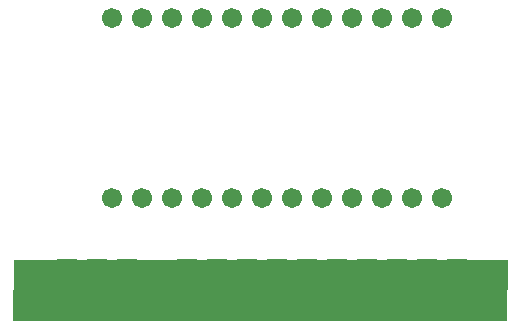
<source format=gbr>
G04 #@! TF.GenerationSoftware,KiCad,Pcbnew,(5.1.9-0-10_14)*
G04 #@! TF.CreationDate,2021-03-07T20:21:02-08:00*
G04 #@! TF.ProjectId,cart,63617274-2e6b-4696-9361-645f70636258,1.0-dev0*
G04 #@! TF.SameCoordinates,Original*
G04 #@! TF.FileFunction,Soldermask,Bot*
G04 #@! TF.FilePolarity,Negative*
%FSLAX46Y46*%
G04 Gerber Fmt 4.6, Leading zero omitted, Abs format (unit mm)*
G04 Created by KiCad (PCBNEW (5.1.9-0-10_14)) date 2021-03-07 20:21:02*
%MOMM*%
%LPD*%
G01*
G04 APERTURE LIST*
%ADD10C,0.100000*%
%ADD11C,0.609600*%
%ADD12C,1.701600*%
G04 APERTURE END LIST*
D10*
G36*
X160401000Y-129667000D02*
G01*
X118618000Y-129667000D01*
X118681500Y-124650500D01*
X160464500Y-124650500D01*
X160401000Y-129667000D01*
G37*
X160401000Y-129667000D02*
X118618000Y-129667000D01*
X118681500Y-124650500D01*
X160464500Y-124650500D01*
X160401000Y-129667000D01*
G36*
X160401000Y-129667000D02*
G01*
X118618000Y-129667000D01*
X118681500Y-124650500D01*
X160464500Y-124650500D01*
X160401000Y-129667000D01*
G37*
X160401000Y-129667000D02*
X118618000Y-129667000D01*
X118681500Y-124650500D01*
X160464500Y-124650500D01*
X160401000Y-129667000D01*
D11*
X131699000Y-124968000D03*
X129921000Y-124968000D03*
X130810000Y-124968000D03*
G36*
G01*
X124040800Y-124619000D02*
X124040800Y-128619000D01*
G75*
G02*
X123990000Y-128669800I-50800J0D01*
G01*
X122390000Y-128669800D01*
G75*
G02*
X122339200Y-128619000I0J50800D01*
G01*
X122339200Y-124619000D01*
G75*
G02*
X122390000Y-124568200I50800J0D01*
G01*
X123990000Y-124568200D01*
G75*
G02*
X124040800Y-124619000I0J-50800D01*
G01*
G37*
G36*
G01*
X126580800Y-124619000D02*
X126580800Y-128619000D01*
G75*
G02*
X126530000Y-128669800I-50800J0D01*
G01*
X124930000Y-128669800D01*
G75*
G02*
X124879200Y-128619000I0J50800D01*
G01*
X124879200Y-124619000D01*
G75*
G02*
X124930000Y-124568200I50800J0D01*
G01*
X126530000Y-124568200D01*
G75*
G02*
X126580800Y-124619000I0J-50800D01*
G01*
G37*
G36*
G01*
X129120800Y-124619000D02*
X129120800Y-128619000D01*
G75*
G02*
X129070000Y-128669800I-50800J0D01*
G01*
X127470000Y-128669800D01*
G75*
G02*
X127419200Y-128619000I0J50800D01*
G01*
X127419200Y-124619000D01*
G75*
G02*
X127470000Y-124568200I50800J0D01*
G01*
X129070000Y-124568200D01*
G75*
G02*
X129120800Y-124619000I0J-50800D01*
G01*
G37*
G36*
G01*
X134200800Y-124619000D02*
X134200800Y-128619000D01*
G75*
G02*
X134150000Y-128669800I-50800J0D01*
G01*
X132550000Y-128669800D01*
G75*
G02*
X132499200Y-128619000I0J50800D01*
G01*
X132499200Y-124619000D01*
G75*
G02*
X132550000Y-124568200I50800J0D01*
G01*
X134150000Y-124568200D01*
G75*
G02*
X134200800Y-124619000I0J-50800D01*
G01*
G37*
G36*
G01*
X136740800Y-124619000D02*
X136740800Y-128619000D01*
G75*
G02*
X136690000Y-128669800I-50800J0D01*
G01*
X135090000Y-128669800D01*
G75*
G02*
X135039200Y-128619000I0J50800D01*
G01*
X135039200Y-124619000D01*
G75*
G02*
X135090000Y-124568200I50800J0D01*
G01*
X136690000Y-124568200D01*
G75*
G02*
X136740800Y-124619000I0J-50800D01*
G01*
G37*
G36*
G01*
X139280800Y-124619000D02*
X139280800Y-128619000D01*
G75*
G02*
X139230000Y-128669800I-50800J0D01*
G01*
X137630000Y-128669800D01*
G75*
G02*
X137579200Y-128619000I0J50800D01*
G01*
X137579200Y-124619000D01*
G75*
G02*
X137630000Y-124568200I50800J0D01*
G01*
X139230000Y-124568200D01*
G75*
G02*
X139280800Y-124619000I0J-50800D01*
G01*
G37*
G36*
G01*
X141820800Y-124619000D02*
X141820800Y-128619000D01*
G75*
G02*
X141770000Y-128669800I-50800J0D01*
G01*
X140170000Y-128669800D01*
G75*
G02*
X140119200Y-128619000I0J50800D01*
G01*
X140119200Y-124619000D01*
G75*
G02*
X140170000Y-124568200I50800J0D01*
G01*
X141770000Y-124568200D01*
G75*
G02*
X141820800Y-124619000I0J-50800D01*
G01*
G37*
G36*
G01*
X144360800Y-124619000D02*
X144360800Y-128619000D01*
G75*
G02*
X144310000Y-128669800I-50800J0D01*
G01*
X142710000Y-128669800D01*
G75*
G02*
X142659200Y-128619000I0J50800D01*
G01*
X142659200Y-124619000D01*
G75*
G02*
X142710000Y-124568200I50800J0D01*
G01*
X144310000Y-124568200D01*
G75*
G02*
X144360800Y-124619000I0J-50800D01*
G01*
G37*
G36*
G01*
X146900800Y-124619000D02*
X146900800Y-128619000D01*
G75*
G02*
X146850000Y-128669800I-50800J0D01*
G01*
X145250000Y-128669800D01*
G75*
G02*
X145199200Y-128619000I0J50800D01*
G01*
X145199200Y-124619000D01*
G75*
G02*
X145250000Y-124568200I50800J0D01*
G01*
X146850000Y-124568200D01*
G75*
G02*
X146900800Y-124619000I0J-50800D01*
G01*
G37*
G36*
G01*
X149440800Y-124619000D02*
X149440800Y-128619000D01*
G75*
G02*
X149390000Y-128669800I-50800J0D01*
G01*
X147790000Y-128669800D01*
G75*
G02*
X147739200Y-128619000I0J50800D01*
G01*
X147739200Y-124619000D01*
G75*
G02*
X147790000Y-124568200I50800J0D01*
G01*
X149390000Y-124568200D01*
G75*
G02*
X149440800Y-124619000I0J-50800D01*
G01*
G37*
G36*
G01*
X151980800Y-124619000D02*
X151980800Y-128619000D01*
G75*
G02*
X151930000Y-128669800I-50800J0D01*
G01*
X150330000Y-128669800D01*
G75*
G02*
X150279200Y-128619000I0J50800D01*
G01*
X150279200Y-124619000D01*
G75*
G02*
X150330000Y-124568200I50800J0D01*
G01*
X151930000Y-124568200D01*
G75*
G02*
X151980800Y-124619000I0J-50800D01*
G01*
G37*
G36*
G01*
X157060800Y-124619000D02*
X157060800Y-128619000D01*
G75*
G02*
X157010000Y-128669800I-50800J0D01*
G01*
X155410000Y-128669800D01*
G75*
G02*
X155359200Y-128619000I0J50800D01*
G01*
X155359200Y-124619000D01*
G75*
G02*
X155410000Y-124568200I50800J0D01*
G01*
X157010000Y-124568200D01*
G75*
G02*
X157060800Y-124619000I0J-50800D01*
G01*
G37*
G36*
G01*
X154520800Y-124619000D02*
X154520800Y-128619000D01*
G75*
G02*
X154470000Y-128669800I-50800J0D01*
G01*
X152870000Y-128669800D01*
G75*
G02*
X152819200Y-128619000I0J50800D01*
G01*
X152819200Y-124619000D01*
G75*
G02*
X152870000Y-124568200I50800J0D01*
G01*
X154470000Y-124568200D01*
G75*
G02*
X154520800Y-124619000I0J-50800D01*
G01*
G37*
D12*
X127000000Y-104140000D03*
X129540000Y-104140000D03*
X132080000Y-104140000D03*
X134620000Y-104140000D03*
X137160000Y-104140000D03*
X139700000Y-104140000D03*
X142240000Y-104140000D03*
X144780000Y-104140000D03*
X147320000Y-104140000D03*
X149860000Y-104140000D03*
X152400000Y-104140000D03*
X154940000Y-104140000D03*
X154940000Y-119380000D03*
X152400000Y-119380000D03*
X149860000Y-119380000D03*
X147320000Y-119380000D03*
X144780000Y-119380000D03*
X142240000Y-119380000D03*
X139700000Y-119380000D03*
X137160000Y-119380000D03*
X134620000Y-119380000D03*
X132080000Y-119380000D03*
X129540000Y-119380000D03*
X127000000Y-119380000D03*
M02*

</source>
